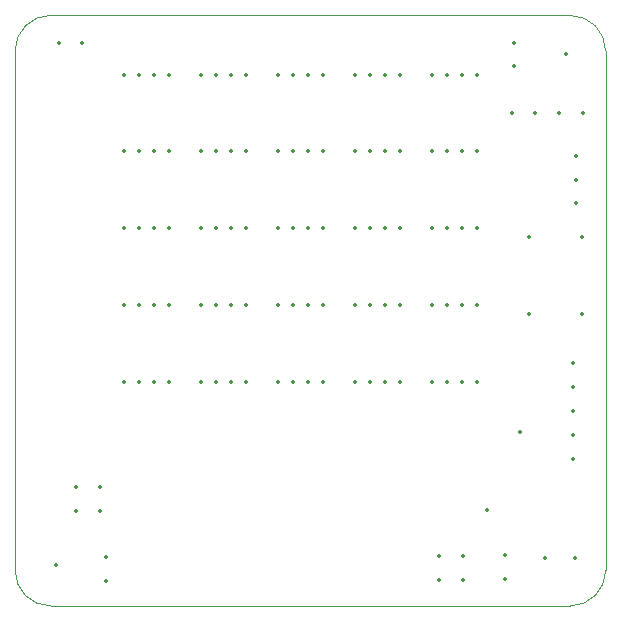
<source format=gbr>
%TF.GenerationSoftware,KiCad,Pcbnew,8.0.4*%
%TF.CreationDate,2024-08-07T18:13:09-04:00*%
%TF.ProjectId,led_2048,6c65645f-3230-4343-982e-6b696361645f,rev?*%
%TF.SameCoordinates,Original*%
%TF.FileFunction,Profile,NP*%
%FSLAX46Y46*%
G04 Gerber Fmt 4.6, Leading zero omitted, Abs format (unit mm)*
G04 Created by KiCad (PCBNEW 8.0.4) date 2024-08-07 18:13:09*
%MOMM*%
%LPD*%
G01*
G04 APERTURE LIST*
%TA.AperFunction,Profile*%
%ADD10C,0.050000*%
%TD*%
%ADD11C,0.350000*%
G04 APERTURE END LIST*
D10*
X226625000Y-94000000D02*
G75*
G02*
X223625000Y-97000000I-3000000J0D01*
G01*
X176625000Y-50000000D02*
G75*
G02*
X179625000Y-47000000I3000000J0D01*
G01*
X179625000Y-47000000D02*
X223625000Y-47000000D01*
X179625000Y-97000000D02*
G75*
G02*
X176625000Y-94000000I0J3000000D01*
G01*
X223625000Y-47000000D02*
G75*
G02*
X226625000Y-50000000I0J-3000000D01*
G01*
X226625000Y-50000000D02*
X226625000Y-94000000D01*
X223625000Y-97000000D02*
X179625000Y-97000000D01*
X176625000Y-94000000D02*
X176625000Y-50000000D01*
D11*
X205375000Y-78010000D03*
X206645000Y-78010000D03*
X207915000Y-78010000D03*
X209185000Y-78010000D03*
X211885000Y-71510000D03*
X213155000Y-71510000D03*
X214425000Y-71510000D03*
X215695000Y-71510000D03*
X205385000Y-58510000D03*
X206655000Y-58510000D03*
X207925000Y-58510000D03*
X209195000Y-58510000D03*
X211885000Y-78010000D03*
X213155000Y-78010000D03*
X214425000Y-78010000D03*
X215695000Y-78010000D03*
X223900000Y-76400001D03*
X223900000Y-84599999D03*
X223900000Y-78499999D03*
X223900000Y-80500000D03*
X223900000Y-82500000D03*
X205385000Y-52010000D03*
X206655000Y-52010000D03*
X207925000Y-52010000D03*
X209195000Y-52010000D03*
X185875000Y-65010000D03*
X187145000Y-65010000D03*
X188415000Y-65010000D03*
X189685000Y-65010000D03*
X205380000Y-71510000D03*
X206650000Y-71510000D03*
X207920000Y-71510000D03*
X209190000Y-71510000D03*
X192385000Y-52010000D03*
X193655000Y-52010000D03*
X194925000Y-52010000D03*
X196195000Y-52010000D03*
X211885000Y-58510000D03*
X213155000Y-58510000D03*
X214425000Y-58510000D03*
X215695000Y-58510000D03*
X220125000Y-65750000D03*
X220125000Y-72250000D03*
X224625000Y-65750000D03*
X224625000Y-72250000D03*
X192385000Y-58510000D03*
X193655000Y-58510000D03*
X194925000Y-58510000D03*
X196195000Y-58510000D03*
X211885000Y-52010000D03*
X213155000Y-52010000D03*
X214425000Y-52010000D03*
X215695000Y-52010000D03*
X185875000Y-52010000D03*
X187145000Y-52010000D03*
X188415000Y-52010000D03*
X189685000Y-52010000D03*
X198875000Y-78010000D03*
X200145000Y-78010000D03*
X201415000Y-78010000D03*
X202685000Y-78010000D03*
X198885000Y-52010000D03*
X200155000Y-52010000D03*
X201425000Y-52010000D03*
X202695000Y-52010000D03*
X221475000Y-92959835D03*
X224015000Y-92959835D03*
X180100000Y-93500000D03*
X216600000Y-88900000D03*
X192375000Y-78010000D03*
X193645000Y-78010000D03*
X194915000Y-78010000D03*
X196185000Y-78010000D03*
X192375000Y-71510000D03*
X193645000Y-71510000D03*
X194915000Y-71510000D03*
X196185000Y-71510000D03*
X224100000Y-62900000D03*
X224100000Y-60900000D03*
X224100000Y-58900000D03*
X182325000Y-49375000D03*
X180325000Y-49375000D03*
X198885000Y-58510000D03*
X200155000Y-58510000D03*
X201425000Y-58510000D03*
X202695000Y-58510000D03*
X192375000Y-65010000D03*
X193645000Y-65010000D03*
X194915000Y-65010000D03*
X196185000Y-65010000D03*
X185875000Y-71510000D03*
X187145000Y-71510000D03*
X188415000Y-71510000D03*
X189685000Y-71510000D03*
X198875000Y-65010000D03*
X200145000Y-65010000D03*
X201415000Y-65010000D03*
X202685000Y-65010000D03*
X205375000Y-65010000D03*
X206645000Y-65010000D03*
X207915000Y-65010000D03*
X209185000Y-65010000D03*
X185875000Y-78010000D03*
X187145000Y-78010000D03*
X188415000Y-78010000D03*
X189685000Y-78010000D03*
X211885000Y-65010000D03*
X213155000Y-65010000D03*
X214425000Y-65010000D03*
X215695000Y-65010000D03*
X219375000Y-82300000D03*
X223300000Y-50300000D03*
X198875000Y-71510000D03*
X200145000Y-71510000D03*
X201415000Y-71510000D03*
X202685000Y-71510000D03*
X185875000Y-58510000D03*
X187145000Y-58510000D03*
X188415000Y-58510000D03*
X189685000Y-58510000D03*
X218675000Y-55300000D03*
X220675000Y-55300000D03*
X222675000Y-55300000D03*
X224675000Y-55300000D03*
X184290000Y-92870000D03*
X184290000Y-94870000D03*
X183780801Y-88935721D03*
X181780801Y-88935721D03*
X183780801Y-86935721D03*
X181780801Y-86935721D03*
X218100000Y-94700000D03*
X218100000Y-92700000D03*
X218900000Y-49300000D03*
X218900000Y-51300000D03*
X212550000Y-92775000D03*
X214550000Y-92775000D03*
X212550000Y-94775000D03*
X214550000Y-94775000D03*
M02*

</source>
